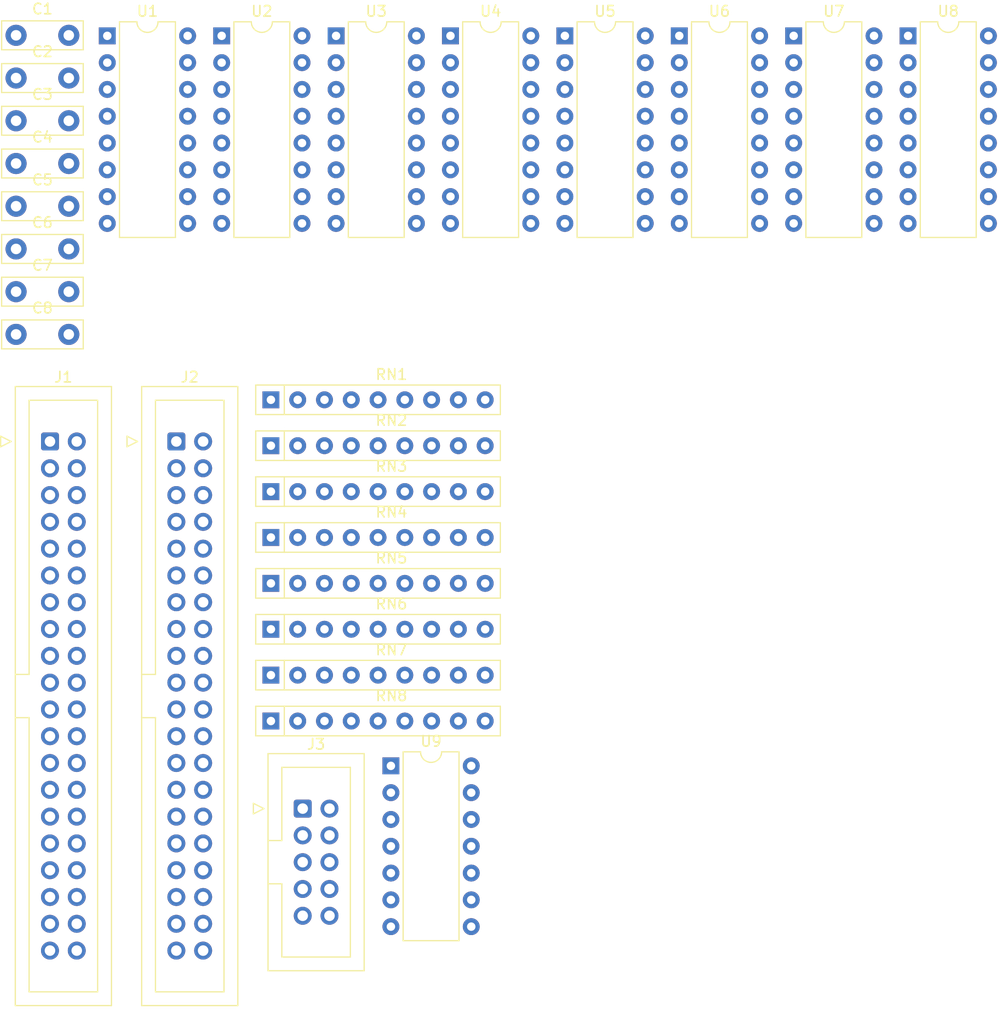
<source format=kicad_pcb>
(kicad_pcb (version 20221018) (generator pcbnew)
  (layers (0 "F.Cu" signal) (31 "B.Cu" signal) (34 "B.Paste" user) (35 "F.Paste" user) (36 "B.SilkS" user "B.Silkscreen") (37 "F.SilkS" user "F.Silkscreen") (38 "B.Mask" user) (39 "F.Mask" user) (44 "Edge.Cuts" user))
  (net 0 "")
  (net 1 "+5V")
  (net 2 "GND")
  (net 3 "K01")
  (net 4 "K33")
  (net 5 "K02")
  (net 6 "K34")
  (net 7 "K03")
  (net 8 "K35")
  (net 9 "K04")
  (net 10 "K36")
  (net 11 "K05")
  (net 12 "K37")
  (net 13 "K06")
  (net 14 "K38")
  (net 15 "K07")
  (net 16 "K39")
  (net 17 "K08")
  (net 18 "K40")
  (net 26 "K09")
  (net 27 "K41")
  (net 28 "K10")
  (net 29 "K42")
  (net 30 "K11")
  (net 31 "K43")
  (net 32 "K12")
  (net 33 "K44")
  (net 34 "K13")
  (net 35 "K45")
  (net 36 "K14")
  (net 37 "K46")
  (net 38 "K15")
  (net 39 "K47")
  (net 40 "K16")
  (net 41 "K48")
  (net 42 "K17")
  (net 43 "K49")
  (net 44 "K18")
  (net 45 "K50")
  (net 46 "K19")
  (net 47 "K51")
  (net 48 "K20")
  (net 49 "K52")
  (net 50 "K21")
  (net 51 "K53")
  (net 52 "K22")
  (net 53 "K54")
  (net 54 "K23")
  (net 55 "K55")
  (net 56 "K24")
  (net 57 "K56")
  (net 65 "K25")
  (net 66 "K57")
  (net 67 "K26")
  (net 68 "K58")
  (net 69 "K27")
  (net 70 "K59")
  (net 71 "K28")
  (net 72 "K60")
  (net 73 "K29")
  (net 74 "K61")
  (net 75 "K30")
  (net 76 "K62")
  (net 77 "K31")
  (net 78 "K63")
  (net 79 "K32")
  (net 80 "K64")
  (net 81 "Net-(J3-Pin_1)")
  (net 82 "S1")
  (net 83 "S2")
  (net 84 "Net-(J3-Pin_6)")
  (net 85 "S3")
  (net 86 "S4")
  (net 88 "Net-(U1-Q7)")
  (net 89 "PL")
  (net 90 "CP")
  (net 95 "Net-(U3-Q7)")
  (net 100 "Net-(U5-Q7)")
  (net 105 "Net-(U7-Q7)")
  (net 109 "Net-(U9-Pad2)")
  (net 111 "Net-(U9-Pad10)")
  (footprint "Resistor_THT:R_Array_SIP9" (layer "F.Cu") (at 58.95 79.84)
    (fp_text reference "RN5" (at 11.43 -2.4) (layer "F.SilkS"))
    (fp_text value "10k")
    (pad "1" thru_hole rect (at 0 0) (size 1.6 1.6) (drill 0.8) (layers "*.Cu" "*.Mask") (net 2 "GND"))
    (pad "2" thru_hole oval (at 2.54 0) (size 1.6 1.6) (drill 0.8) (layers "*.Cu" "*.Mask") (net 4 "K33"))
    (pad "3" thru_hole oval (at 5.08 0) (size 1.6 1.6) (drill 0.8) (layers "*.Cu" "*.Mask") (net 6 "K34"))
    (pad "4" thru_hole oval (at 7.62 0) (size 1.6 1.6) (drill 0.8) (layers "*.Cu" "*.Mask") (net 8 "K35"))
    (pad "5" thru_hole oval (at 10.16 0) (size 1.6 1.6) (drill 0.8) (layers "*.Cu" "*.Mask") (net 10 "K36"))
    (pad "6" thru_hole oval (at 12.7 0) (size 1.6 1.6) (drill 0.8) (layers "*.Cu" "*.Mask") (net 12 "K37"))
    (pad "7" thru_hole oval (at 15.24 0) (size 1.6 1.6) (drill 0.8) (layers "*.Cu" "*.Mask") (net 14 "K38"))
    (pad "8" thru_hole oval (at 17.78 0) (size 1.6 1.6) (drill 0.8) (layers "*.Cu" "*.Mask") (net 16 "K39"))
    (pad "9" thru_hole oval (at 20.32 0) (size 1.6 1.6) (drill 0.8) (layers "*.Cu" "*.Mask") (net 18 "K40"))
  )
  (footprint "Resistor_THT:R_Array_SIP9" (layer "F.Cu") (at 58.95 75.49)
    (fp_text reference "RN4" (at 11.43 -2.4) (layer "F.SilkS"))
    (fp_text value "10k")
    (pad "1" thru_hole rect (at 0 0) (size 1.6 1.6) (drill 0.8) (layers "*.Cu" "*.Mask") (net 2 "GND"))
    (pad "2" thru_hole oval (at 2.54 0) (size 1.6 1.6) (drill 0.8) (layers "*.Cu" "*.Mask") (net 56 "K24"))
    (pad "3" thru_hole oval (at 5.08 0) (size 1.6 1.6) (drill 0.8) (layers "*.Cu" "*.Mask") (net 54 "K23"))
    (pad "4" thru_hole oval (at 7.62 0) (size 1.6 1.6) (drill 0.8) (layers "*.Cu" "*.Mask") (net 52 "K22"))
    (pad "5" thru_hole oval (at 10.16 0) (size 1.6 1.6) (drill 0.8) (layers "*.Cu" "*.Mask") (net 50 "K21"))
    (pad "6" thru_hole oval (at 12.7 0) (size 1.6 1.6) (drill 0.8) (layers "*.Cu" "*.Mask") (net 48 "K20"))
    (pad "7" thru_hole oval (at 15.24 0) (size 1.6 1.6) (drill 0.8) (layers "*.Cu" "*.Mask") (net 46 "K19"))
    (pad "8" thru_hole oval (at 17.78 0) (size 1.6 1.6) (drill 0.8) (layers "*.Cu" "*.Mask") (net 44 "K18"))
    (pad "9" thru_hole oval (at 20.32 0) (size 1.6 1.6) (drill 0.8) (layers "*.Cu" "*.Mask") (net 42 "K17"))
  )
  (footprint "Connector_IDC:IDC-Header_2x20_P2.54mm_Vertical" (layer "F.Cu") (at 49.98 66.39)
    (fp_text reference "J2" (at 1.27 -6.1) (layer "F.SilkS"))
    (fp_text value "Keyboard1")
    (pad "1" thru_hole roundrect (at 0 0) (size 1.7 1.7) (drill 1) (layers "*.Cu" "*.Mask") (roundrect_rratio 0.147059) (net 42 "K17"))
    (pad "2" thru_hole circle (at 2.54 0) (size 1.7 1.7) (drill 1) (layers "*.Cu" "*.Mask") (net 43 "K49"))
    (pad "3" thru_hole circle (at 0 2.54) (size 1.7 1.7) (drill 1) (layers "*.Cu" "*.Mask") (net 44 "K18"))
    (pad "4" thru_hole circle (at 2.54 2.54) (size 1.7 1.7) (drill 1) (layers "*.Cu" "*.Mask") (net 45 "K50"))
    (pad "5" thru_hole circle (at 0 5.08) (size 1.7 1.7) (drill 1) (layers "*.Cu" "*.Mask") (net 46 "K19"))
    (pad "6" thru_hole circle (at 2.54 5.08) (size 1.7 1.7) (drill 1) (layers "*.Cu" "*.Mask") (net 47 "K51"))
    (pad "7" thru_hole circle (at 0 7.62) (size 1.7 1.7) (drill 1) (layers "*.Cu" "*.Mask") (net 48 "K20"))
    (pad "8" thru_hole circle (at 2.54 7.62) (size 1.7 1.7) (drill 1) (layers "*.Cu" "*.Mask") (net 49 "K52"))
    (pad "9" thru_hole circle (at 0 10.16) (size 1.7 1.7) (drill 1) (layers "*.Cu" "*.Mask") (net 50 "K21"))
    (pad "10" thru_hole circle (at 2.54 10.16) (size 1.7 1.7) (drill 1) (layers "*.Cu" "*.Mask") (net 51 "K53"))
    (pad "11" thru_hole circle (at 0 12.7) (size 1.7 1.7) (drill 1) (layers "*.Cu" "*.Mask") (net 52 "K22"))
    (pad "12" thru_hole circle (at 2.54 12.7) (size 1.7 1.7) (drill 1) (layers "*.Cu" "*.Mask") (net 53 "K54"))
    (pad "13" thru_hole circle (at 0 15.24) (size 1.7 1.7) (drill 1) (layers "*.Cu" "*.Mask") (net 54 "K23"))
    (pad "14" thru_hole circle (at 2.54 15.24) (size 1.7 1.7) (drill 1) (layers "*.Cu" "*.Mask") (net 55 "K55"))
    (pad "15" thru_hole circle (at 0 17.78) (size 1.7 1.7) (drill 1) (layers "*.Cu" "*.Mask") (net 56 "K24"))
    (pad "16" thru_hole circle (at 2.54 17.78) (size 1.7 1.7) (drill 1) (layers "*.Cu" "*.Mask") (net 57 "K56"))
    (pad "17" thru_hole circle (at 0 20.32) (size 1.7 1.7) (drill 1) (layers "*.Cu" "*.Mask"))
    (pad "18" thru_hole circle (at 2.54 20.32) (size 1.7 1.7) (drill 1) (layers "*.Cu" "*.Mask"))
    (pad "19" thru_hole circle (at 0 22.86) (size 1.7 1.7) (drill 1) (layers "*.Cu" "*.Mask"))
    (pad "20" thru_hole circle (at 2.54 22.86) (size 1.7 1.7) (drill 1) (layers "*.Cu" "*.Mask"))
    (pad "21" thru_hole circle (at 0 25.4) (size 1.7 1.7) (drill 1) (layers "*.Cu" "*.Mask") (net 1 "+5V"))
    (pad "22" thru_hole circle (at 2.54 25.4) (size 1.7 1.7) (drill 1) (layers "*.Cu" "*.Mask"))
    (pad "23" thru_hole circle (at 0 27.94) (size 1.7 1.7) (drill 1) (layers "*.Cu" "*.Mask"))
    (pad "24" thru_hole circle (at 2.54 27.94) (size 1.7 1.7) (drill 1) (layers "*.Cu" "*.Mask"))
    (pad "25" thru_hole circle (at 0 30.48) (size 1.7 1.7) (drill 1) (layers "*.Cu" "*.Mask") (net 65 "K25"))
    (pad "26" thru_hole circle (at 2.54 30.48) (size 1.7 1.7) (drill 1) (layers "*.Cu" "*.Mask") (net 66 "K57"))
    (pad "27" thru_hole circle (at 0 33.02) (size 1.7 1.7) (drill 1) (layers "*.Cu" "*.Mask") (net 67 "K26"))
    (pad "28" thru_hole circle (at 2.54 33.02) (size 1.7 1.7) (drill 1) (layers "*.Cu" "*.Mask") (net 68 "K58"))
    (pad "29" thru_hole circle (at 0 35.56) (size 1.7 1.7) (drill 1) (layers "*.Cu" "*.Mask") (net 69 "K27"))
    (pad "30" thru_hole circle (at 2.54 35.56) (size 1.7 1.7) (drill 1) (layers "*.Cu" "*.Mask") (net 70 "K59"))
    (pad "31" thru_hole circle (at 0 38.1) (size 1.7 1.7) (drill 1) (layers "*.Cu" "*.Mask") (net 71 "K28"))
    (pad "32" thru_hole circle (at 2.54 38.1) (size 1.7 1.7) (drill 1) (layers "*.Cu" "*.Mask") (net 72 "K60"))
    (pad "33" thru_hole circle (at 0 40.64) (size 1.7 1.7) (drill 1) (layers "*.Cu" "*.Mask") (net 73 "K29"))
    (pad "34" thru_hole circle (at 2.54 40.64) (size 1.7 1.7) (drill 1) (layers "*.Cu" "*.Mask") (net 74 "K61"))
    (pad "35" thru_hole circle (at 0 43.18) (size 1.7 1.7) (drill 1) (layers "*.Cu" "*.Mask") (net 75 "K30"))
    (pad "36" thru_hole circle (at 2.54 43.18) (size 1.7 1.7) (drill 1) (layers "*.Cu" "*.Mask") (net 76 "K62"))
    (pad "37" thru_hole circle (at 0 45.72) (size 1.7 1.7) (drill 1) (layers "*.Cu" "*.Mask") (net 77 "K31"))
    (pad "38" thru_hole circle (at 2.54 45.72) (size 1.7 1.7) (drill 1) (layers "*.Cu" "*.Mask") (net 78 "K63"))
    (pad "39" thru_hole circle (at 0 48.26) (size 1.7 1.7) (drill 1) (layers "*.Cu" "*.Mask") (net 79 "K32"))
    (pad "40" thru_hole circle (at 2.54 48.26) (size 1.7 1.7) (drill 1) (layers "*.Cu" "*.Mask") (net 80 "K64"))
  )
  (footprint "Package_DIP:DIP-16_W7.62mm" (layer "F.Cu") (at 65.13 27.94)
    (fp_text reference "U3" (at 3.81 -2.33) (layer "F.SilkS"))
    (fp_text value "4014")
    (pad "1" thru_hole rect (at 0 0) (size 1.6 1.6) (drill 0.8) (layers "*.Cu" "*.Mask") (net 56 "K24"))
    (pad "2" thru_hole oval (at 0 2.54) (size 1.6 1.6) (drill 0.8) (layers "*.Cu" "*.Mask"))
    (pad "3" thru_hole oval (at 0 5.08) (size 1.6 1.6) (drill 0.8) (layers "*.Cu" "*.Mask") (net 95 "Net-(U3-Q7)"))
    (pad "4" thru_hole oval (at 0 7.62) (size 1.6 1.6) (drill 0.8) (layers "*.Cu" "*.Mask") (net 48 "K20"))
    (pad "5" thru_hole oval (at 0 10.16) (size 1.6 1.6) (drill 0.8) (layers "*.Cu" "*.Mask") (net 46 "K19"))
    (pad "6" thru_hole oval (at 0 12.7) (size 1.6 1.6) (drill 0.8) (layers "*.Cu" "*.Mask") (net 44 "K18"))
    (pad "7" thru_hole oval (at 0 15.24) (size 1.6 1.6) (drill 0.8) (layers "*.Cu" "*.Mask") (net 42 "K17"))
    (pad "8" thru_hole oval (at 0 17.78) (size 1.6 1.6) (drill 0.8) (layers "*.Cu" "*.Mask") (net 2 "GND"))
    (pad "9" thru_hole oval (at 7.62 17.78) (size 1.6 1.6) (drill 0.8) (layers "*.Cu" "*.Mask") (net 89 "PL"))
    (pad "10" thru_hole oval (at 7.62 15.24) (size 1.6 1.6) (drill 0.8) (layers "*.Cu" "*.Mask") (net 90 "CP"))
    (pad "11" thru_hole oval (at 7.62 12.7) (size 1.6 1.6) (drill 0.8) (layers "*.Cu" "*.Mask") (net 2 "GND"))
    (pad "12" thru_hole oval (at 7.62 10.16) (size 1.6 1.6) (drill 0.8) (layers "*.Cu" "*.Mask"))
    (pad "13" thru_hole oval (at 7.62 7.62) (size 1.6 1.6) (drill 0.8) (layers "*.Cu" "*.Mask") (net 50 "K21"))
    (pad "14" thru_hole oval (at 7.62 5.08) (size 1.6 1.6) (drill 0.8) (layers "*.Cu" "*.Mask") (net 52 "K22"))
    (pad "15" thru_hole oval (at 7.62 2.54) (size 1.6 1.6) (drill 0.8) (layers "*.Cu" "*.Mask") (net 54 "K23"))
    (pad "16" thru_hole oval (at 7.62 0) (size 1.6 1.6) (drill 0.8) (layers "*.Cu" "*.Mask") (net 1 "+5V"))
  )
  (footprint "Connector_IDC:IDC-Header_2x05_P2.54mm_Vertical" (layer "F.Cu") (at 61.965 101.19)
    (fp_text reference "J3" (at 1.27 -6.1) (layer "F.SilkS"))
    (fp_text value "Encoder")
    (pad "1" thru_hole roundrect (at 0 0) (size 1.7 1.7) (drill 1) (layers "*.Cu" "*.Mask") (roundrect_rratio 0.147059) (net 81 "Net-(J3-Pin_1)"))
    (pad "2" thru_hole circle (at 2.54 0) (size 1.7 1.7) (drill 1) (layers "*.Cu" "*.Mask") (net 1 "+5V"))
    (pad "3" thru_hole circle (at 0 2.54) (size 1.7 1.7) (drill 1) (layers "*.Cu" "*.Mask") (net 82 "S1"))
    (pad "4" thru_hole circle (at 2.54 2.54) (size 1.7 1.7) (drill 1) (layers "*.Cu" "*.Mask") (net 1 "+5V"))
    (pad "5" thru_hole circle (at 0 5.08) (size 1.7 1.7) (drill 1) (layers "*.Cu" "*.Mask") (net 83 "S2"))
    (pad "6" thru_hole circle (at 2.54 5.08) (size 1.7 1.7) (drill 1) (layers "*.Cu" "*.Mask") (net 84 "Net-(J3-Pin_6)"))
    (pad "7" thru_hole circle (at 0 7.62) (size 1.7 1.7) (drill 1) (layers "*.Cu" "*.Mask") (net 85 "S3"))
    (pad "8" thru_hole circle (at 2.54 7.62) (size 1.7 1.7) (drill 1) (layers "*.Cu" "*.Mask") (net 2 "GND"))
    (pad "9" thru_hole circle (at 0 10.16) (size 1.7 1.7) (drill 1) (layers "*.Cu" "*.Mask") (net 86 "S4"))
    (pad "10" thru_hole circle (at 2.54 10.16) (size 1.7 1.7) (drill 1) (layers "*.Cu" "*.Mask") (net 2 "GND"))
  )
  (footprint "Resistor_THT:R_Array_SIP9" (layer "F.Cu") (at 58.95 92.89)
    (fp_text reference "RN8" (at 11.43 -2.4) (layer "F.SilkS"))
    (fp_text value "10k")
    (pad "1" thru_hole rect (at 0 0) (size 1.6 1.6) (drill 0.8) (layers "*.Cu" "*.Mask") (net 2 "GND"))
    (pad "2" thru_hole oval (at 2.54 0) (size 1.6 1.6) (drill 0.8) (layers "*.Cu" "*.Mask") (net 80 "K64"))
    (pad "3" thru_hole oval (at 5.08 0) (size 1.6 1.6) (drill 0.8) (layers "*.Cu" "*.Mask") (net 78 "K63"))
    (pad "4" thru_hole oval (at 7.62 0) (size 1.6 1.6) (drill 0.8) (layers "*.Cu" "*.Mask") (net 76 "K62"))
    (pad "5" thru_hole oval (at 10.16 0) (size 1.6 1.6) (drill 0.8) (layers "*.Cu" "*.Mask") (net 74 "K61"))
    (pad "6" thru_hole oval (at 12.7 0) (size 1.6 1.6) (drill 0.8) (layers "*.Cu" "*.Mask") (net 72 "K60"))
    (pad "7" thru_hole oval (at 15.24 0) (size 1.6 1.6) (drill 0.8) (layers "*.Cu" "*.Mask") (net 70 "K59"))
    (pad "8" thru_hole oval (at 17.78 0) (size 1.6 1.6) (drill 0.8) (layers "*.Cu" "*.Mask") (net 68 "K58"))
    (pad "9" thru_hole oval (at 20.32 0) (size 1.6 1.6) (drill 0.8) (layers "*.Cu" "*.Mask") (net 66 "K57"))
  )
  (footprint "Capacitor_THT:C_Disc_D7.5mm_W2.5mm_P5.00mm" (layer "F.Cu") (at 34.78 52.19)
    (fp_text reference "C7" (at 2.5 -2.5) (layer "F.SilkS"))
    (fp_text value "100nF")
    (pad "1" thru_hole circle (at 0 0) (size 2 2) (drill 1) (layers "*.Cu" "*.Mask") (net 1 "+5V"))
    (pad "2" thru_hole circle (at 5 0) (size 2 2) (drill 1) (layers "*.Cu" "*.Mask") (net 2 "GND"))
  )
  (footprint "Capacitor_THT:C_Disc_D7.5mm_W2.5mm_P5.00mm" (layer "F.Cu") (at 34.78 56.24)
    (fp_text reference "C8" (at 2.5 -2.5) (layer "F.SilkS"))
    (fp_text value "100nF")
    (pad "1" thru_hole circle (at 0 0) (size 2 2) (drill 1) (layers "*.Cu" "*.Mask") (net 1 "+5V"))
    (pad "2" thru_hole circle (at 5 0) (size 2 2) (drill 1) (layers "*.Cu" "*.Mask") (net 2 "GND"))
  )
  (footprint "Capacitor_THT:C_Disc_D7.5mm_W2.5mm_P5.00mm" (layer "F.Cu") (at 34.78 27.89)
    (fp_text reference "C1" (at 2.5 -2.5) (layer "F.SilkS"))
    (fp_text value "100nF")
    (pad "1" thru_hole circle (at 0 0) (size 2 2) (drill 1) (layers "*.Cu" "*.Mask") (net 1 "+5V"))
    (pad "2" thru_hole circle (at 5 0) (size 2 2) (drill 1) (layers "*.Cu" "*.Mask") (net 2 "GND"))
  )
  (footprint "Package_DIP:DIP-16_W7.62mm" (layer "F.Cu") (at 97.68 27.94)
    (fp_text reference "U6" (at 3.81 -2.33) (layer "F.SilkS"))
    (fp_text value "4014")
    (pad "1" thru_hole rect (at 0 0) (size 1.6 1.6) (drill 0.8) (layers "*.Cu" "*.Mask") (net 41 "K48"))
    (pad "2" thru_hole oval (at 0 2.54) (size 1.6 1.6) (drill 0.8) (layers "*.Cu" "*.Mask"))
    (pad "3" thru_hole oval (at 0 5.08) (size 1.6 1.6) (drill 0.8) (layers "*.Cu" "*.Mask") (net 85 "S3"))
    (pad "4" thru_hole oval (at 0 7.62) (size 1.6 1.6) (drill 0.8) (layers "*.Cu" "*.Mask") (net 33 "K44"))
    (pad "5" thru_hole oval (at 0 10.16) (size 1.6 1.6) (drill 0.8) (layers "*.Cu" "*.Mask") (net 31 "K43"))
    (pad "6" thru_hole oval (at 0 12.7) (size 1.6 1.6) (drill 0.8) (layers "*.Cu" "*.Mask") (net 29 "K42"))
    (pad "7" thru_hole oval (at 0 15.24) (size 1.6 1.6) (drill 0.8) (layers "*.Cu" "*.Mask") (net 27 "K41"))
    (pad "8" thru_hole oval (at 0 17.78) (size 1.6 1.6) (drill 0.8) (layers "*.Cu" "*.Mask") (net 2 "GND"))
    (pad "9" thru_hole oval (at 7.62 17.78) (size 1.6 1.6) (drill 0.8) (layers "*.Cu" "*.Mask") (net 89 "PL"))
    (pad "10" thru_hole oval (at 7.62 15.24) (size 1.6 1.6) (drill 0.8) (layers "*.Cu" "*.Mask") (net 90 "CP"))
    (pad "11" thru_hole oval (at 7.62 12.7) (size 1.6 1.6) (drill 0.8) (layers "*.Cu" "*.Mask") (net 100 "Net-(U5-Q7)"))
    (pad "12" thru_hole oval (at 7.62 10.16) (size 1.6 1.6) (drill 0.8) (layers "*.Cu" "*.Mask"))
    (pad "13" thru_hole oval (at 7.62 7.62) (size 1.6 1.6) (drill 0.8) (layers "*.Cu" "*.Mask") (net 35 "K45"))
    (pad "14" thru_hole oval (at 7.62 5.08) (size 1.6 1.6) (drill 0.8) (layers "*.Cu" "*.Mask") (net 37 "K46"))
    (pad "15" thru_hole oval (at 7.62 2.54) (size 1.6 1.6) (drill 0.8) (layers "*.Cu" "*.Mask") (net 39 "K47"))
    (pad "16" thru_hole oval (at 7.62 0) (size 1.6 1.6) (drill 0.8) (layers "*.Cu" "*.Mask") (net 1 "+5V"))
  )
  (footprint "Capacitor_THT:C_Disc_D7.5mm_W2.5mm_P5.00mm" (layer "F.Cu") (at 34.78 48.14)
    (fp_text reference "C6" (at 2.5 -2.5) (layer "F.SilkS"))
    (fp_text value "100nF")
    (pad "1" thru_hole circle (at 0 0) (size 2 2) (drill 1) (layers "*.Cu" "*.Mask") (net 1 "+5V"))
    (pad "2" thru_hole circle (at 5 0) (size 2 2) (drill 1) (layers "*.Cu" "*.Mask") (net 2 "GND"))
  )
  (footprint "Resistor_THT:R_Array_SIP9" (layer "F.Cu") (at 58.95 84.19)
    (fp_text reference "RN6" (at 11.43 -2.4) (layer "F.SilkS"))
    (fp_text value "10k")
    (pad "1" thru_hole rect (at 0 0) (size 1.6 1.6) (drill 0.8) (layers "*.Cu" "*.Mask") (net 2 "GND"))
    (pad "2" thru_hole oval (at 2.54 0) (size 1.6 1.6) (drill 0.8) (layers "*.Cu" "*.Mask") (net 41 "K48"))
    (pad "3" thru_hole oval (at 5.08 0) (size 1.6 1.6) (drill 0.8) (layers "*.Cu" "*.Mask") (net 39 "K47"))
    (pad "4" thru_hole oval (at 7.62 0) (size 1.6 1.6) (drill 0.8) (layers "*.Cu" "*.Mask") (net 37 "K46"))
    (pad "5" thru_hole oval (at 10.16 0) (size 1.6 1.6) (drill 0.8) (layers "*.Cu" "*.Mask") (net 35 "K45"))
    (pad "6" thru_hole oval (at 12.7 0) (size 1.6 1.6) (drill 0.8) (layers "*.Cu" "*.Mask") (net 33 "K44"))
    (pad "7" thru_hole oval (at 15.24 0) (size 1.6 1.6) (drill 0.8) (layers "*.Cu" "*.Mask") (net 31 "K43"))
    (pad "8" thru_hole oval (at 17.78 0) (size 1.6 1.6) (drill 0.8) (layers "*.Cu" "*.Mask") (net 29 "K42"))
    (pad "9" thru_hole oval (at 20.32 0) (size 1.6 1.6) (drill 0.8) (layers "*.Cu" "*.Mask") (net 27 "K41"))
  )
  (footprint "Package_DIP:DIP-16_W7.62mm" (layer "F.Cu") (at 86.83 27.94)
    (fp_text reference "U5" (at 3.81 -2.33) (layer "F.SilkS"))
    (fp_text value "4014")
    (pad "1" thru_hole rect (at 0 0) (size 1.6 1.6) (drill 0.8) (layers "*.Cu" "*.Mask") (net 18 "K40"))
    (pad "2" thru_hole oval (at 0 2.54) (size 1.6 1.6) (drill 0.8) (layers "*.Cu" "*.Mask"))
    (pad "3" thru_hole oval (at 0 5.08) (size 1.6 1.6) (drill 0.8) (layers "*.Cu" "*.Mask") (net 100 "Net-(U5-Q7)"))
    (pad "4" thru_hole oval (at 0 7.62) (size 1.6 1.6) (drill 0.8) (layers "*.Cu" "*.Mask") (net 10 "K36"))
    (pad "5" thru_hole oval (at 0 10.16) (size 1.6 1.6) (drill 0.8) (layers "*.Cu" "*.Mask") (net 8 "K35"))
    (pad "6" thru_hole oval (at 0 12.7) (size 1.6 1.6) (drill 0.8) (layers "*.Cu" "*.Mask") (net 6 "K34"))
    (pad "7" thru_hole oval (at 0 15.24) (size 1.6 1.6) (drill 0.8) (layers "*.Cu" "*.Mask") (net 4 "K33"))
    (pad "8" thru_hole oval (at 0 17.78) (size 1.6 1.6) (drill 0.8) (layers "*.Cu" "*.Mask") (net 2 "GND"))
    (pad "9" thru_hole oval (at 7.62 17.78) (size 1.6 1.6) (drill 0.8) (layers "*.Cu" "*.Mask") (net 89 "PL"))
    (pad "10" thru_hole oval (at 7.62 15.24) (size 1.6 1.6) (drill 0.8) (layers "*.Cu" "*.Mask") (net 90 "CP"))
    (pad "11" thru_hole oval (at 7.62 12.7) (size 1.6 1.6) (drill 0.8) (layers "*.Cu" "*.Mask") (net 2 "GND"))
    (pad "12" thru_hole oval (at 7.62 10.16) (size 1.6 1.6) (drill 0.8) (layers "*.Cu" "*.Mask"))
    (pad "13" thru_hole oval (at 7.62 7.62) (size 1.6 1.6) (drill 0.8) (layers "*.Cu" "*.Mask") (net 12 "K37"))
    (pad "14" thru_hole oval (at 7.62 5.08) (size 1.6 1.6) (drill 0.8) (layers "*.Cu" "*.Mask") (net 14 "K38"))
    (pad "15" thru_hole oval (at 7.62 2.54) (size 1.6 1.6) (drill 0.8) (layers "*.Cu" "*.Mask") (net 16 "K39"))
    (pad "16" thru_hole oval (at 7.62 0) (size 1.6 1.6) (drill 0.8) (layers "*.Cu" "*.Mask") (net 1 "+5V"))
  )
  (footprint "Resistor_THT:R_Array_SIP9" (layer "F.Cu") (at 58.95 66.79)
    (fp_text reference "RN2" (at 11.43 -2.4) (layer "F.SilkS"))
    (fp_text value "10k")
    (pad "1" thru_hole rect (at 0 0) (size 1.6 1.6) (drill 0.8) (layers "*.Cu" "*.Mask") (net 2 "GND"))
    (pad "2" thru_hole oval (at 2.54 0) (size 1.6 1.6) (drill 0.8) (layers "*.Cu" "*.Mask") (net 79 "K32"))
    (pad "3" thru_hole oval (at 5.08 0) (size 1.6 1.6) (drill 0.8) (layers "*.Cu" "*.Mask") (net 77 "K31"))
    (pad "4" thru_hole oval (at 7.62 0) (size 1.6 1.6) (drill 0.8) (layers "*.Cu" "*.Mask") (net 75 "K30"))
    (pad "5" thru_hole oval (at 10.16 0) (size 1.6 1.6) (drill 0.8) (layers "*.Cu" "*.Mask") (net 73 "K29"))
    (pad "6" thru_hole oval (at 12.7 0) (size 1.6 1.6) (drill 0.8) (layers "*.Cu" "*.Mask") (net 71 "K28"))
    (pad "7" thru_hole oval (at 15.24 0) (size 1.6 1.6) (drill 0.8) (layers "*.Cu" "*.Mask") (net 69 "K27"))
    (pad "8" thru_hole oval (at 17.78 0) (size 1.6 1.6) (drill 0.8) (layers "*.Cu" "*.Mask") (net 67 "K26"))
    (pad "9" thru_hole oval (at 20.32 0) (size 1.6 1.6) (drill 0.8) (layers "*.Cu" "*.Mask") (net 65 "K25"))
  )
  (footprint "Capacitor_THT:C_Disc_D7.5mm_W2.5mm_P5.00mm" (layer "F.Cu") (at 34.78 40.04)
    (fp_text reference "C4" (at 2.5 -2.5) (layer "F.SilkS"))
    (fp_text value "100nF")
    (pad "1" thru_hole circle (at 0 0) (size 2 2) (drill 1) (layers "*.Cu" "*.Mask") (net 1 "+5V"))
    (pad "2" thru_hole circle (at 5 0) (size 2 2) (drill 1) (layers "*.Cu" "*.Mask") (net 2 "GND"))
  )
  (footprint "Resistor_THT:R_Array_SIP9" (layer "F.Cu") (at 58.95 71.14)
    (fp_text reference "RN3" (at 11.43 -2.4) (layer "F.SilkS"))
    (fp_text value "10k")
    (pad "1" thru_hole rect (at 0 0) (size 1.6 1.6) (drill 0.8) (layers "*.Cu" "*.Mask") (net 2 "GND"))
    (pad "2" thru_hole oval (at 2.54 0) (size 1.6 1.6) (drill 0.8) (layers "*.Cu" "*.Mask") (net 17 "K08"))
    (pad "3" thru_hole oval (at 5.08 0) (size 1.6 1.6) (drill 0.8) (layers "*.Cu" "*.Mask") (net 15 "K07"))
    (pad "4" thru_hole oval (at 7.62 0) (size 1.6 1.6) (drill 0.8) (layers "*.Cu" "*.Mask") (net 13 "K06"))
    (pad "5" thru_hole oval (at 10.16 0) (size 1.6 1.6) (drill 0.8) (layers "*.Cu" "*.Mask") (net 11 "K05"))
    (pad "6" thru_hole oval (at 12.7 0) (size 1.6 1.6) (drill 0.8) (layers "*.Cu" "*.Mask") (net 9 "K04"))
    (pad "7" thru_hole oval (at 15.24 0) (size 1.6 1.6) (drill 0.8) (layers "*.Cu" "*.Mask") (net 7 "K03"))
    (pad "8" thru_hole oval (at 17.78 0) (size 1.6 1.6) (drill 0.8) (layers "*.Cu" "*.Mask") (net 5 "K02"))
    (pad "9" thru_hole oval (at 20.32 0) (size 1.6 1.6) (drill 0.8) (layers "*.Cu" "*.Mask") (net 3 "K01"))
  )
  (footprint "Package_DIP:DIP-16_W7.62mm" (layer "F.Cu") (at 54.28 27.94)
    (fp_text reference "U2" (at 3.81 -2.33) (layer "F.SilkS"))
    (fp_text value "4014")
    (pad "1" thru_hole rect (at 0 0) (size 1.6 1.6) (drill 0.8) (layers "*.Cu" "*.Mask") (net 40 "K16"))
    (pad "2" thru_hole oval (at 0 2.54) (size 1.6 1.6) (drill 0.8) (layers "*.Cu" "*.Mask"))
    (pad "3" thru_hole oval (at 0 5.08) (size 1.6 1.6) (drill 0.8) (layers "*.Cu" "*.Mask") (net 82 "S1"))
    (pad "4" thru_hole oval (at 0 7.62) (size 1.6 1.6) (drill 0.8) (layers "*.Cu" "*.Mask") (net 32 "K12"))
    (pad "5" thru_hole oval (at 0 10.16) (size 1.6 1.6) (drill 0.8) (layers "*.Cu" "*.Mask") (net 30 "K11"))
    (pad "6" thru_hole oval (at 0 12.7) (size 1.6 1.6) (drill 0.8) (layers "*.Cu" "*.Mask") (net 28 "K10"))
    (pad "7" thru_hole oval (at 0 15.24) (size 1.6 1.6) (drill 0.8) (layers "*.Cu" "*.Mask") (net 26 "K09"))
    (pad "8" thru_hole oval (at 0 17.78) (size 1.6 1.6) (drill 0.8) (layers "*.Cu" "*.Mask") (net 2 "GND"))
    (pad "9" thru_hole oval (at 7.62 17.78) (size 1.6 1.6) (drill 0.8) (layers "*.Cu" "*.Mask") (net 89 "PL"))
    (pad "10" thru_hole oval (at 7.62 15.24) (size 1.6 1.6) (drill 0.8) (layers "*.Cu" "*.Mask") (net 90 "CP"))
    (pad "11" thru_hole oval (at 7.62 12.7) (size 1.6 1.6) (drill 0.8) (layers "*.Cu" "*.Mask") (net 88 "Net-(U1-Q7)"))
    (pad "12" thru_hole oval (at 7.62 10.16) (size 1.6 1.6) (drill 0.8) (layers "*.Cu" "*.Mask"))
    (pad "13" thru_hole oval (at 7.62 7.62) (size 1.6 1.6) (drill 0.8) (layers "*.Cu" "*.Mask") (net 34 "K13"))
    (pad "14" thru_hole oval (at 7.62 5.08) (size 1.6 1.6) (drill 0.8) (layers "*.Cu" "*.Mask") (net 36 "K14"))
    (pad "15" thru_hole oval (at 7.62 2.54) (size 1.6 1.6) (drill 0.8) (layers "*.Cu" "*.Mask") (net 38 "K15"))
    (pad "16" thru_hole oval (at 7.62 0) (size 1.6 1.6) (drill 0.8) (layers "*.Cu" "*.Mask") (net 1 "+5V"))
  )
  (footprint "Package_DIP:DIP-14_W7.62mm" (layer "F.Cu") (at 70.33 97.14)
    (fp_text reference "U9" (at 3.81 -2.33) (layer "F.SilkS"))
    (fp_text value "4069")
    (pad "1" thru_hole rect (at 0 0) (size 1.6 1.6) (drill 0.8) (layers "*.Cu" "*.Mask") (net 81 "Net-(J3-Pin_1)"))
    (pad "2" thru_hole oval (at 0 2.54) (size 1.6 1.6) (drill 0.8) (layers "*.Cu" "*.Mask") (net 109 "Net-(U9-Pad2)"))
    (pad "3" thru_hole oval (at 0 5.08) (size 1.6 1.6) (drill 0.8) (layers "*.Cu" "*.Mask") (net 109 "Net-(U9-Pad2)"))
    (pad "4" thru_hole oval (at 0 7.62) (size 1.6 1.6) (drill 0.8) (layers "*.Cu" "*.Mask") (net 90 "CP"))
    (pad "5" thru_hole oval (at 0 10.16) (size 1.6 1.6) (drill 0.8) (layers "*.Cu" "*.Mask") (net 2 "GND"))
    (pad "6" thru_hole oval (at 0 12.7) (size 1.6 1.6) (drill 0.8) (layers "*.Cu" "*.Mask"))
    (pad "7" thru_hole oval (at 0 15.24) (size 1.6 1.6) (drill 0.8) (layers "*.Cu" "*.Mask") (net 1 "+5V"))
    (pad "8" thru_hole oval (at 7.62 15.24) (size 1.6 1.6) (drill 0.8) (layers "*.Cu" "*.Mask") (net 89 "PL"))
    (pad "9" thru_hole oval (at 7.62 12.7) (size 1.6 1.6) (drill 0.8) (layers "*.Cu" "*.Mask") (net 111 "Net-(U9-Pad10)"))
    (pad "10" thru_hole oval (at 7.62 10.16) (size 1.6 1.6) (drill 0.8) (layers "*.Cu" "*.Mask") (net 111 "Net-(U9-Pad10)"))
    (pad "11" thru_hole oval (at 7.62 7.62) (size 1.6 1.6) (drill 0.8) (layers "*.Cu" "*.Mask") (net 84 "Net-(J3-Pin_6)"))
    (pad "12" thru_hole oval (at 7.62 5.08) (size 1.6 1.6) (drill 0.8) (layers "*.Cu" "*.Mask"))
    (pad "13" thru_hole oval (at 7.62 2.54) (size 1.6 1.6) (drill 0.8) (layers "*.Cu" "*.Mask") (net 2 "GND"))
    (pad "14" thru_hole oval (at 7.62 0) (size 1.6 1.6) (drill 0.8) (layers "*.Cu" "*.Mask") (net 2 "GND"))
  )
  (footprint "Resistor_THT:R_Array_SIP9" (layer "F.Cu") (at 58.95 88.54)
    (fp_text reference "RN7" (at 11.43 -2.4) (layer "F.SilkS"))
    (fp_text value "10k")
    (pad "1" thru_hole rect (at 0 0) (size 1.6 1.6) (drill 0.8) (layers "*.Cu" "*.Mask") (net 2 "GND"))
    (pad "2" thru_hole oval (at 2.54 0) (size 1.6 1.6) (drill 0.8) (layers "*.Cu" "*.Mask") (net 43 "K49"))
    (pad "3" thru_hole oval (at 5.08 0) (size 1.6 1.6) (drill 0.8) (layers "*.Cu" "*.Mask") (net 45 "K50"))
    (pad "4" thru_hole oval (at 7.62 0) (size 1.6 1.6) (drill 0.8) (layers "*.Cu" "*.Mask") (net 47 "K51"))
    (pad "5" thru_hole oval (at 10.16 0) (size 1.6 1.6) (drill 0.8) (layers "*.Cu" "*.Mask") (net 49 "K52"))
    (pad "6" thru_hole oval (at 12.7 0) (size 1.6 1.6) (drill 0.8) (layers "*.Cu" "*.Mask") (net 51 "K53"))
    (pad "7" thru_hole oval (at 15.24 0) (size 1.6 1.6) (drill 0.8) (layers "*.Cu" "*.Mask") (net 53 "K54"))
    (pad "8" thru_hole oval (at 17.78 0) (size 1.6 1.6) (drill 0.8) (layers "*.Cu" "*.Mask") (net 55 "K55"))
    (pad "9" thru_hole oval (at 20.32 0) (size 1.6 1.6) (drill 0.8) (layers "*.Cu" "*.Mask") (net 57 "K56"))
  )
  (footprint "Capacitor_THT:C_Disc_D7.5mm_W2.5mm_P5.00mm" (layer "F.Cu") (at 34.78 31.94)
    (fp_text reference "C2" (at 2.5 -2.5) (layer "F.SilkS"))
    (fp_text value "100nF")
    (pad "1" thru_hole circle (at 0 0) (size 2 2) (drill 1) (layers "*.Cu" "*.Mask") (net 1 "+5V"))
    (pad "2" thru_hole circle (at 5 0) (size 2 2) (drill 1) (layers "*.Cu" "*.Mask") (net 2 "GND"))
  )
  (footprint "Capacitor_THT:C_Disc_D7.5mm_W2.5mm_P5.00mm" (layer "F.Cu") (at 34.78 44.09)
    (fp_text reference "C5" (at 2.5 -2.5) (layer "F.SilkS"))
    (fp_text value "100nF")
    (pad "1" thru_hole circle (at 0 0) (size 2 2) (drill 1) (layers "*.Cu" "*.Mask") (net 1 "+5V"))
    (pad "2" thru_hole circle (at 5 0) (size 2 2) (drill 1) (layers "*.Cu" "*.Mask") (net 2 "GND"))
  )
  (footprint "Package_DIP:DIP-16_W7.62mm" (layer "F.Cu") (at 119.38 27.94)
    (fp_text reference "U8" (at 3.81 -2.33) (layer "F.SilkS"))
    (fp_text value "4014")
    (pad "1" thru_hole rect (at 0 0) (size 1.6 1.6) (drill 0.8) (layers "*.Cu" "*.Mask") (net 80 "K64"))
    (pad "2" thru_hole oval (at 0 2.54) (size 1.6 1.6) (drill 0.8) (layers "*.Cu" "*.Mask"))
    (pad "3" thru_hole oval (at 0 5.08) (size 1.6 1.6) (drill 0.8) (layers "*.Cu" "*.Mask") (net 86 "S4"))
    (pad "4" thru_hole oval (at 0 7.62) (size 1.6 1.6) (drill 0.8) (layers "*.Cu" "*.Mask") (net 72 "K60"))
    (pad "5" thru_hole oval (at 0 10.16) (size 1.6 1.6) (drill 0.8) (layers "*.Cu" "*.Mask") (net 70 "K59"))
    (pad "6" thru_hole oval (at 0 12.7) (size 1.6 1.6) (drill 0.8) (layers "*.Cu" "*.Mask") (net 68 "K58"))
    (pad "7" thru_hole oval (at 0 15.24) (size 1.6 1.6) (drill 0.8) (layers "*.Cu" "*.Mask") (net 66 "K57"))
    (pad "8" thru_hole oval (at 0 17.78) (size 1.6 1.6) (drill 0.8) (layers "*.Cu" "*.Mask") (net 2 "GND"))
    (pad "9" thru_hole oval (at 7.62 17.78) (size 1.6 1.6) (drill 0.8) (layers "*.Cu" "*.Mask") (net 89 "PL"))
    (pad "10" thru_hole oval (at 7.62 15.24) (size 1.6 1.6) (drill 0.8) (layers "*.Cu" "*.Mask") (net 90 "CP"))
    (pad "11" thru_hole oval (at 7.62 12.7) (size 1.6 1.6) (drill 0.8) (layers "*.Cu" "*.Mask") (net 105 "Net-(U7-Q7)"))
    (pad "12" thru_hole oval (at 7.62 10.16) (size 1.6 1.6) (drill 0.8) (layers "*.Cu" "*.Mask"))
    (pad "13" thru_hole oval (at 7.62 7.62) (size 1.6 1.6) (drill 0.8) (layers "*.Cu" "*.Mask") (net 74 "K61"))
    (pad "14" thru_hole oval (at 7.62 5.08) (size 1.6 1.6) (drill 0.8) (layers "*.Cu" "*.Mask") (net 76 "K62"))
    (pad "15" thru_hole oval (at 7.62 2.54) (size 1.6 1.6) (drill 0.8) (layers "*.Cu" "*.Mask") (net 78 "K63"))
    (pad "16" thru_hole oval (at 7.62 0) (size 1.6 1.6) (drill 0.8) (layers "*.Cu" "*.Mask") (net 1 "+5V"))
  )
  (footprint "Capacitor_THT:C_Disc_D7.5mm_W2.5mm_P5.00mm" (layer "F.Cu") (at 34.78 35.99)
    (fp_text reference "C3" (at 2.5 -2.5) (layer "F.SilkS"))
    (fp_text value "100nF")
    (pad "1" thru_hole circle (at 0 0) (size 2 2) (drill 1) (layers "*.Cu" "*.Mask") (net 1 "+5V"))
    (pad "2" thru_hole circle (at 5 0) (size 2 2) (drill 1) (layers "*.Cu" "*.Mask") (net 2 "GND"))
  )
  (footprint "Package_DIP:DIP-16_W7.62mm" (layer "F.Cu") (at 75.98 27.94)
    (fp_text reference "U4" (at 3.81 -2.33) (layer "F.SilkS"))
    (fp_text value "4014")
    (pad "1" thru_hole rect (at 0 0) (size 1.6 1.6) (drill 0.8) (layers "*.Cu" "*.Mask") (net 79 "K32"))
    (pad "2" thru_hole oval (at 0 2.54) (size 1.6 1.6) (drill 0.8) (layers "*.Cu" "*.Mask"))
    (pad "3" thru_hole oval (at 0 5.08) (size 1.6 1.6) (drill 0.8) (layers "*.Cu" "*.Mask") (net 83 "S2"))
    (pad "4" thru_hole oval (at 0 7.62) (size 1.6 1.6) (drill 0.8) (layers "*.Cu" "*.Mask") (net 71 "K28"))
    (pad "5" thru_hole oval (at 0 10.16) (size 1.6 1.6) (drill 0.8) (layers "*.Cu" "*.Mask") (net 69 "K27"))
    (pad "6" thru_hole oval (at 0 12.7) (size 1.6 1.6) (drill 0.8) (layers "*.Cu" "*.Mask") (net 67 "K26"))
    (pad "7" thru_hole oval (at 0 15.24) (size 1.6 1.6) (drill 0.8) (layers "*.Cu" "*.Mask") (net 65 "K25"))
    (pad "8" thru_hole oval (at 0 17.78) (size 1.6 1.6) (drill 0.8) (layers "*.Cu" "*.Mask") (net 2 "GND"))
    (pad "9" thru_hole oval (at 7.62 17.78) (size 1.6 1.6) (drill 0.8) (layers "*.Cu" "*.Mask") (net 89 "PL"))
    (pad "10" thru_hole oval (at 7.62 15.24) (size 1.6 1.6) (drill 0.8) (layers "*.Cu" "*.Mask") (net 90 "CP"))
    (pad "11" thru_hole oval (at 7.62 12.7) (size 1.6 1.6) (drill 0.8) (layers "*.Cu" "*.Mask") (net 95 "Net-(U3-Q7)"))
    (pad "12" thru_hole oval (at 7.62 10.16) (size 1.6 1.6) (drill 0.8) (layers "*.Cu" "*.Mask"))
    (pad "13" thru_hole oval (at 7.62 7.62) (size 1.6 1.6) (drill 0.8) (layers "*.Cu" "*.Mask") (net 73 "K29"))
    (pad "14" thru_hole oval (at 7.62 5.08) (size 1.6 1.6) (drill 0.8) (layers "*.Cu" "*.Mask") (net 75 "K30"))
    (pad "15" thru_hole oval (at 7.62 2.54) (size 1.6 1.6) (drill 0.8) (layers "*.Cu" "*.Mask") (net 77 "K31"))
    (pad "16" thru_hole oval (at 7.62 0) (size 1.6 1.6) (drill 0.8) (layers "*.Cu" "*.Mask") (net 1 "+5V"))
  )
  (footprint "Resistor_THT:R_Array_SIP9" (layer "F.Cu") (at 58.95 62.44)
    (fp_text reference "RN1" (at 11.43 -2.4) (layer "F.SilkS"))
    (fp_text value "10k")
    (pad "1" thru_hole rect (at 0 0) (size 1.6 1.6) (drill 0.8) (layers "*.Cu" "*.Mask") (net 2 "GND"))
    (pad "2" thru_hole oval (at 2.54 0) (size 1.6 1.6) (drill 0.8) (layers "*.Cu" "*.Mask") (net 40 "K16"))
    (pad "3" thru_hole oval (at 5.08 0) (size 1.6 1.6) (drill 0.8) (layers "*.Cu" "*.Mask") (net 38 "K15"))
    (pad "4" thru_hole oval (at 7.62 0) (size 1.6 1.6) (drill 0.8) (layers "*.Cu" "*.Mask") (net 36 "K14"))
    (pad "5" thru_hole oval (at 10.16 0) (size 1.6 1.6) (drill 0.8) (layers "*.Cu" "*.Mask") (net 34 "K13"))
    (pad "6" thru_hole oval (at 12.7 0) (size 1.6 1.6) (drill 0.8) (layers "*.Cu" "*.Mask") (net 32 "K12"))
    (pad "7" thru_hole oval (at 15.24 0) (size 1.6 1.6) (drill 0.8) (layers "*.Cu" "*.Mask") (net 30 "K11"))
    (pad "8" thru_hole oval (at 17.78 0) (size 1.6 1.6) (drill 0.8) (layers "*.Cu" "*.Mask") (net 28 "K10"))
    (pad "9" thru_hole oval (at 20.32 0) (size 1.6 1.6) (drill 0.8) (layers "*.Cu" "*.Mask") (net 26 "K09"))
  )
  (footprint "Connector_IDC:IDC-Header_2x20_P2.54mm_Vertical" (layer "F.Cu") (at 37.995 66.39)
    (fp_text reference "J1" (at 1.27 -6.1) (layer "F.SilkS"))
    (fp_text value "Keyboard1")
    (pad "1" thru_hole roundrect (at 0 0) (size 1.7 1.7) (drill 1) (layers "*.Cu" "*.Mask") (roundrect_rratio 0.147059) (net 3 "K01"))
    (pad "2" thru_hole circle (at 2.54 0) (size 1.7 1.7) (drill 1) (layers "*.Cu" "*.Mask") (net 4 "K33"))
    (pad "3" thru_hole circle (at 0 2.54) (size 1.7 1.7) (drill 1) (layers "*.Cu" "*.Mask") (net 5 "K02"))
    (pad "4" thru_hole circle (at 2.54 2.54) (size 1.7 1.7) (drill 1) (layers "*.Cu" "*.Mask") (net 6 "K34"))
    (pad "5" thru_hole circle (at 0 5.08) (size 1.7 1.7) (drill 1) (layers "*.Cu" "*.Mask") (net 7 "K03"))
    (pad "6" thru_hole circle (at 2.54 5.08) (size 1.7 1.7) (drill 1) (layers "*.Cu" "*.Mask") (net 8 "K35"))
    (pad "7" thru_hole circle (at 0 7.62) (size 1.7 1.7) (drill 1) (layers "*.Cu" "*.Mask") (net 9 "K04"))
    (pad "8" thru_hole circle (at 2.54 7.62) (size 1.7 1.7) (drill 1) (layers "*.Cu" "*.Mask") (net 10 "K36"))
    (pad "9" thru_hole circle (at 0 10.16) (size 1.7 1.7) (drill 1) (layers "*.Cu" "*.Mask") (net 11 "K05"))
    (pad "10" thru_hole circle (at 2.54 10.16) (size 1.7 1.7) (drill 1) (layers "*.Cu" "*.Mask") (net 12 "K37"))
    (pad "11" thru_hole circle (at 0 12.7) (size 1.7 1.7) (drill 1) (layers "*.Cu" "*.Mask") (net 13 "K06"))
    (pad "12" thru_hole circle (at 2.54 12.7) (size 1.7 1.7) (drill 1) (layers "*.Cu" "*.Mask") (net 14 "K38"))
    (pad "13" thru_hole circle (at 0 15.24) (size 1.7 1.7) (drill 1) (layers "*.Cu" "*.Mask") (net 15 "K07"))
    (pad "14" thru_hole circle (at 2.54 15.24) (size 1.7 1.7) (drill 1) (layers "*.Cu" "*.Mask") (net 16 "K39"))
    (pad "15" thru_hole circle (at 0 17.78) (size 1.7 1.7) (drill 1) (layers "*.Cu" "*.Mask") (net 17 "K08"))
    (pad "16" thru_hole circle (at 2.54 17.78) (size 1.7 1.7) (drill 1) (layers "*.Cu" "*.Mask") (net 18 "K40"))
    (pad "17" thru_hole circle (at 0 20.32) (size 1.7 1.7) (drill 1) (layers "*.Cu" "*.Mask"))
    (pad "18" thru_hole circle (at 2.54 20.32) (size 1.7 1.7) (drill 1) (layers "*.Cu" "*.Mask"))
    (pad "19" thru_hole circle (at 0 22.86) (size 1.7 1.7) (drill 1) (layers "*.Cu" "*.Mask"))
    (pad "20" thru_hole circle (at 2.54 22.86) (size 1.7 1.7) (drill 1) (layers "*.Cu" "*.Mask"))
    (pad "21" thru_hole circle (at 0 25.4) (size 1.7 1.7) (drill 1) (layers "*.Cu" "*.Mask") (net 1 "+5V"))
    (pad "22" thru_hole circle (at 2.54 25.4) (size 1.7 1.7) (drill 1) (layers "*.Cu" "*.Mask"))
    (pad "23" thru_hole circle (at 0 27.94) (size 1.7 1.7) (drill 1) (layers "*.Cu" "*.Mask"))
    (pad "24" thru_hole circle (at 2.54 27.94) (size 1.7 1.7) (drill 1) (layers "*.Cu" "*.Mask"))
    (pad "25" thru_hole circle (at 0 30.48) (size 1.7 1.7) (drill 1) (layers "*.Cu" "*.Mask") (net 26 "K09"))
    (pad "26" thru_hole circle (at 2.54 30.48) (size 1.7 1.7) (drill 1) (layers "*.Cu" "*.Mask") (net 27 "K41"))
    (pad "27" thru_hole circle (at 0 33.02) (size 1.7 1.7) (drill 1) (layers "*.Cu" "*.Mask") (net 28 "K10"))
    (pad "28" thru_hole circle (at 2.54 33.02) (size 1.7 1.7) (drill 1) (layers "*.Cu" "*.Mask") (net 29 "K42"))
    (pad "29" thru_hole circle (at 0 35.56) (size 1.7 1.7) (drill 1) (layers "*.Cu" "*.Mask") (net 30 "K11"))
    (pad "30" thru_hole circle (at 2.54 35.56) (size 1.7 1.7) (drill 1) (layers "*.Cu" "*.Mask") (net 31 "K43"))
    (pad "31" thru_hole circle (at 0 38.1) (size 1.7 1.7) (drill 1) (layers "*.Cu" "*.Mask") (net 32 "K12"))
    (pad "32" thru_hole circle (at 2.54 38.1) (size 1.7 1.7) (drill 1) (layers "*.Cu" "*.Mask") (net 33 "K44"))
    (pad "33" thru_hole circle (at 0 40.64) (size 1.7 1.7) (drill 1) (layers "*.Cu" "*.Mask") (net 34 "K13"))
    (pad "34" thru_hole circle (at 2.54 40.64) (size 1.7 1.7) (drill 1) (layers "*.Cu" "*.Mask") (net 35 "K45"))
    (pad "35" thru_hole circle (at 0 43.18) (size 1.7 1.7) (drill 1) (layers "*.Cu" "*.Mask") (net 36 "K14"))
    (pad "36" thru_hole circle (at 2.54 43.18) (size 1.7 1.7) (drill 1) (layers "*.Cu" "*.Mask") (net 37 "K46"))
    (pad "37" thru_hole circle (at 0 45.72) (size 1.7 1.7) (drill 1) (layers "*.Cu" "*.Mask") (net 38 "K15"))
    (pad "38" thru_hole circle (at 2.54 45.72) (size 1.7 1.7) (drill 1) (layers "*.Cu" "*.Mask") (net 39 "K47"))
    (pad "39" thru_hole circle (at 0 48.26) (size 1.7 1.7) (drill 1) (layers "*.Cu" "*.Mask") (net 40 "K16"))
    (pad "40" thru_hole circle (at 2.54 48.26) (size 1.7 1.7) (drill 1) (layers "*.Cu" "*.Mask") (net 41 "K48"))
  )
  (footprint "Package_DIP:DIP-16_W7.62mm" (layer "F.Cu") (at 43.43 27.94)
    (fp_text reference "U1" (at 3.81 -2.33) (layer "F.SilkS"))
    (fp_text value "4014")
    (pad "1" thru_hole rect (at 0 0) (size 1.6 1.6) (drill 0.8) (layers "*.Cu" "*.Mask") (net 17 "K08"))
    (pad "2" thru_hole oval (at 0 2.54) (size 1.6 1.6) (drill 0.8) (layers "*.Cu" "*.Mask"))
    (pad "3" thru_hole oval (at 0 5.08) (size 1.6 1.6) (drill 0.8) (layers "*.Cu" "*.Mask") (net 88 "Net-(U1-Q7)"))
    (pad "4" thru_hole oval (at 0 7.62) (size 1.6 1.6) (drill 0.8) (layers "*.Cu" "*.Mask") (net 9 "K04"))
    (pad "5" thru_hole oval (at 0 10.16) (size 1.6 1.6) (drill 0.8) (layers "*.Cu" "*.Mask") (net 7 "K03"))
    (pad "6" thru_hole oval (at 0 12.7) (size 1.6 1.6) (drill 0.8) (layers "*.Cu" "*.Mask") (net 5 "K02"))
    (pad "7" thru_hole oval (at 0 15.24) (size 1.6 1.6) (drill 0.8) (layers "*.Cu" "*.Mask") (net 3 "K01"))
    (pad "8" thru_hole oval (at 0 17.78) (size 1.6 1.6) (drill 0.8) (layers "*.Cu" "*.Mask") (net 2 "GND"))
    (pad "9" thru_hole oval (at 7.62 17.78) (size 1.6 1.6) (drill 0.8) (layers "*.Cu" "*.Mask") (net 89 "PL"))
    (pad "10" thru_hole oval (at 7.62 15.24) (size 1.6 1.6) (drill 0.8) (layers "*.Cu" "*.Mask") (net 90 "CP"))
    (pad "11" thru_hole oval (at 7.62 12.7) (size 1.6 1.6) (drill 0.8) (layers "*.Cu" "*.Mask") (net 2 "GND"))
    (pad "12" thru_hole oval (at 7.62 10.16) (size 1.6 1.6) (drill 0.8) (layers "*.Cu" "*.Mask"))
    (pad "13" thru_hole oval (at 7.62 7.62) (size 1.6 1.6) (drill 0.8) (layers "*.Cu" "*.Mask") (net 11 "K05"))
    (pad "14" thru_hole oval (at 7.62 5.08) (size 1.6 1.6) (drill 0.8) (layers "*.Cu" "*.Mask") (net 13 "K06"))
    (pad "15" thru_hole oval (at 7.62 2.54) (size 1.6 1.6) (drill 0.8) (layers "*.Cu" "*.Mask") (net 15 "K07"))
    (pad "16" thru_hole oval (at 7.62 0) (size 1.6 1.6) (drill 0.8) (layers "*.Cu" "*.Mask") (net 1 "+5V"))
  )
  (footprint "Package_DIP:DIP-16_W7.62mm" (layer "F.Cu") (at 108.53 27.94)
    (fp_text reference "U7" (at 3.81 -2.33) (layer "F.SilkS"))
    (fp_text value "4014")
    (pad "1" thru_hole rect (at 0 0) (size 1.6 1.6) (drill 0.8) (layers "*.Cu" "*.Mask") (net 57 "K56"))
    (pad "2" thru_hole oval (at 0 2.54) (size 1.6 1.6) (drill 0.8) (layers "*.Cu" "*.Mask"))
    (pad "3" thru_hole oval (at 0 5.08) (size 1.6 1.6) (drill 0.8) (layers "*.Cu" "*.Mask") (net 105 "Net-(U7-Q7)"))
    (pad "4" thru_hole oval (at 0 7.62) (size 1.6 1.6) (drill 0.8) (layers "*.Cu" "*.Mask") (net 49 "K52"))
    (pad "5" thru_hole oval (at 0 10.16) (size 1.6 1.6) (drill 0.8) (layers "*.Cu" "*.Mask") (net 47 "K51"))
    (pad "6" thru_hole oval (at 0 12.7) (size 1.6 1.6) (drill 0.8) (layers "*.Cu" "*.Mask") (net 45 "K50"))
    (pad "7" thru_hole oval (at 0 15.24) (size 1.6 1.6) (drill 0.8) (layers "*.Cu" "*.Mask") (net 43 "K49"))
    (pad "8" thru_hole oval (at 0 17.78) (size 1.6 1.6) (drill 0.8) (layers "*.Cu" "*.Mask") (net 2 "GND"))
    (pad "9" thru_hole oval (at 7.62 17.78) (size 1.6 1.6) (drill 0.8) (layers "*.Cu" "*.Mask") (net 89 "PL"))
    (pad "10" thru_hole oval (at 7.62 15.24) (size 1.6 1.6) (drill 0.8) (layers "*.Cu" "*.Mask") (net 90 "CP"))
    (pad "11" thru_hole oval (at 7.62 12.7) (size 1.6 1.6) (drill 0.8) (layers "*.Cu" "*.Mask") (net 2 "GND"))
    (pad "12" thru_hole oval (at 7.62 10.16) (size 1.6 1.6) (drill 0.8) (layers "*.Cu" "*.Mask"))
    (pad "13" thru_hole oval (at 7.62 7.62) (size 1.6 1.6) (drill 0.8) (layers "*.Cu" "*.Mask") (net 51 "K53"))
    (pad "14" thru_hole oval (at 7.62 5.08) (size 1.6 1.6) (drill 0.8) (layers "*.Cu" "*.Mask") (net 53 "K54"))
    (pad "15" thru_hole oval (at 7.62 2.54) (size 1.6 1.6) (drill 0.8) (layers "*.Cu" "*.Mask") (net 55 "K55"))
    (pad "16" thru_hole oval (at 7.62 0) (size 1.6 1.6) (drill 0.8) (layers "*.Cu" "*.Mask") (net 1 "+5V"))
  )
)
</source>
